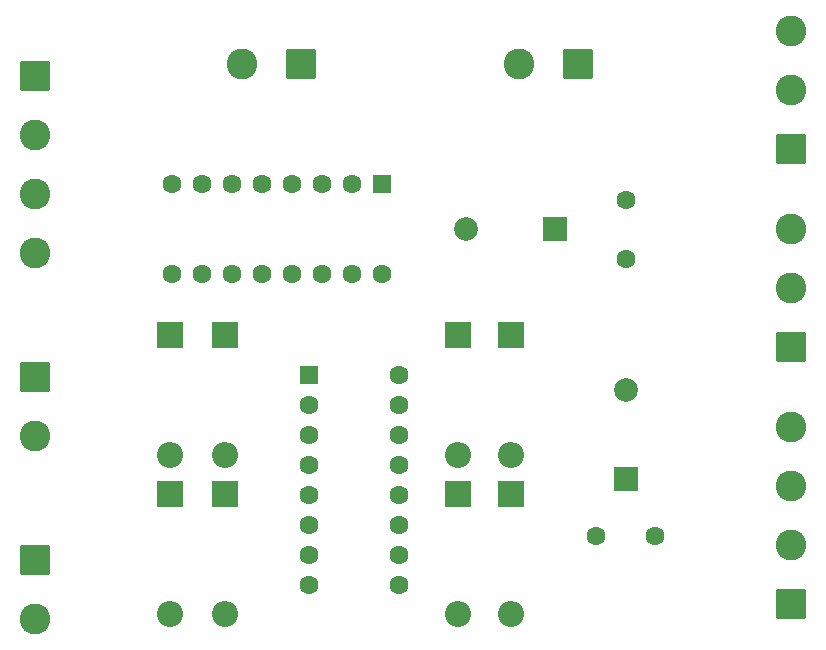
<source format=gbr>
%TF.GenerationSoftware,KiCad,Pcbnew,9.0.0*%
%TF.CreationDate,2025-03-24T12:32:59-05:00*%
%TF.ProjectId,DIIN-proyecto,4449494e-2d70-4726-9f79-6563746f2e6b,rev?*%
%TF.SameCoordinates,Original*%
%TF.FileFunction,Soldermask,Bot*%
%TF.FilePolarity,Negative*%
%FSLAX46Y46*%
G04 Gerber Fmt 4.6, Leading zero omitted, Abs format (unit mm)*
G04 Created by KiCad (PCBNEW 9.0.0) date 2025-03-24 12:32:59*
%MOMM*%
%LPD*%
G01*
G04 APERTURE LIST*
G04 Aperture macros list*
%AMRoundRect*
0 Rectangle with rounded corners*
0 $1 Rounding radius*
0 $2 $3 $4 $5 $6 $7 $8 $9 X,Y pos of 4 corners*
0 Add a 4 corners polygon primitive as box body*
4,1,4,$2,$3,$4,$5,$6,$7,$8,$9,$2,$3,0*
0 Add four circle primitives for the rounded corners*
1,1,$1+$1,$2,$3*
1,1,$1+$1,$4,$5*
1,1,$1+$1,$6,$7*
1,1,$1+$1,$8,$9*
0 Add four rect primitives between the rounded corners*
20,1,$1+$1,$2,$3,$4,$5,0*
20,1,$1+$1,$4,$5,$6,$7,0*
20,1,$1+$1,$6,$7,$8,$9,0*
20,1,$1+$1,$8,$9,$2,$3,0*%
G04 Aperture macros list end*
%ADD10RoundRect,0.250000X-1.050000X1.050000X-1.050000X-1.050000X1.050000X-1.050000X1.050000X1.050000X0*%
%ADD11C,2.600000*%
%ADD12C,1.600000*%
%ADD13RoundRect,0.250000X-0.550000X0.550000X-0.550000X-0.550000X0.550000X-0.550000X0.550000X0.550000X0*%
%ADD14RoundRect,0.250000X-0.550000X-0.550000X0.550000X-0.550000X0.550000X0.550000X-0.550000X0.550000X0*%
%ADD15R,2.000000X2.000000*%
%ADD16C,2.000000*%
%ADD17RoundRect,0.250000X1.050000X-1.050000X1.050000X1.050000X-1.050000X1.050000X-1.050000X-1.050000X0*%
%ADD18RoundRect,0.250000X1.050000X1.050000X-1.050000X1.050000X-1.050000X-1.050000X1.050000X-1.050000X0*%
%ADD19R,2.200000X2.200000*%
%ADD20O,2.200000X2.200000*%
G04 APERTURE END LIST*
D10*
%TO.C,J3*%
X108469250Y-107570750D03*
D11*
X108469250Y-112570750D03*
%TD*%
%TO.C,J6*%
X108469250Y-128070750D03*
D10*
X108469250Y-123070750D03*
%TD*%
D12*
%TO.C,U1*%
X135319250Y-98885750D03*
X132779250Y-98885750D03*
X130239250Y-98885750D03*
X127699250Y-98885750D03*
X125159250Y-98885750D03*
X122619250Y-98885750D03*
X120079250Y-98885750D03*
X127699250Y-91265750D03*
X130239250Y-91265750D03*
X132779250Y-91265750D03*
X135319250Y-91265750D03*
D13*
X137859250Y-91265750D03*
D12*
X137859250Y-98885750D03*
X125159250Y-91265750D03*
X122619250Y-91265750D03*
X120079250Y-91265750D03*
%TD*%
%TO.C,U5*%
X139284250Y-107430750D03*
X139284250Y-109970750D03*
X139284250Y-112510750D03*
X139284250Y-120130750D03*
X139284250Y-122670750D03*
X139284250Y-125210750D03*
X131664250Y-125210750D03*
X131664250Y-112510750D03*
X131664250Y-109970750D03*
D14*
X131664250Y-107430750D03*
D12*
X131664250Y-122670750D03*
X131664250Y-115050750D03*
X131664250Y-117590750D03*
X139284250Y-115050750D03*
X139284250Y-117590750D03*
X131664250Y-120130750D03*
%TD*%
D15*
%TO.C,C7*%
X158469250Y-116188450D03*
D16*
X158469250Y-108688450D03*
%TD*%
D11*
%TO.C,J10*%
X108469250Y-97070750D03*
X108469250Y-92070750D03*
X108469250Y-87070750D03*
D10*
X108469250Y-82070750D03*
%TD*%
D12*
%TO.C,C8*%
X155969250Y-121070750D03*
X160969250Y-121070750D03*
%TD*%
D11*
%TO.C,J13*%
X172469250Y-95020750D03*
X172469250Y-100020750D03*
D17*
X172469250Y-105020750D03*
%TD*%
D15*
%TO.C,C1*%
X152469250Y-95070750D03*
D16*
X144969250Y-95070750D03*
%TD*%
D11*
%TO.C,J12*%
X172469250Y-78270750D03*
D17*
X172469250Y-88270750D03*
D11*
X172469250Y-83270750D03*
%TD*%
D18*
%TO.C,J8*%
X130969250Y-81070750D03*
D11*
X125969250Y-81070750D03*
%TD*%
%TO.C,J9*%
X172469250Y-111770750D03*
X172469250Y-116770750D03*
X172469250Y-121770750D03*
D17*
X172469250Y-126770750D03*
%TD*%
D12*
%TO.C,C2*%
X158469250Y-97570750D03*
X158469250Y-92570750D03*
%TD*%
D18*
%TO.C,J2*%
X154469250Y-81070750D03*
D11*
X149469250Y-81070750D03*
%TD*%
D19*
%TO.C,D8*%
X148769250Y-117470750D03*
D20*
X148769250Y-127630750D03*
%TD*%
D19*
%TO.C,D6*%
X144269250Y-117470750D03*
D20*
X144269250Y-127630750D03*
%TD*%
%TO.C,D7*%
X148769250Y-114130750D03*
D19*
X148769250Y-103970750D03*
%TD*%
D20*
%TO.C,D5*%
X144269250Y-114130750D03*
D19*
X144269250Y-103970750D03*
%TD*%
%TO.C,D1*%
X119902550Y-117490750D03*
D20*
X119902550Y-127650750D03*
%TD*%
D19*
%TO.C,D3*%
X124569250Y-103990750D03*
D20*
X124569250Y-114150750D03*
%TD*%
%TO.C,D4*%
X124569250Y-127650750D03*
D19*
X124569250Y-117490750D03*
%TD*%
D20*
%TO.C,D2*%
X119902550Y-114150750D03*
D19*
X119902550Y-103990750D03*
%TD*%
M02*

</source>
